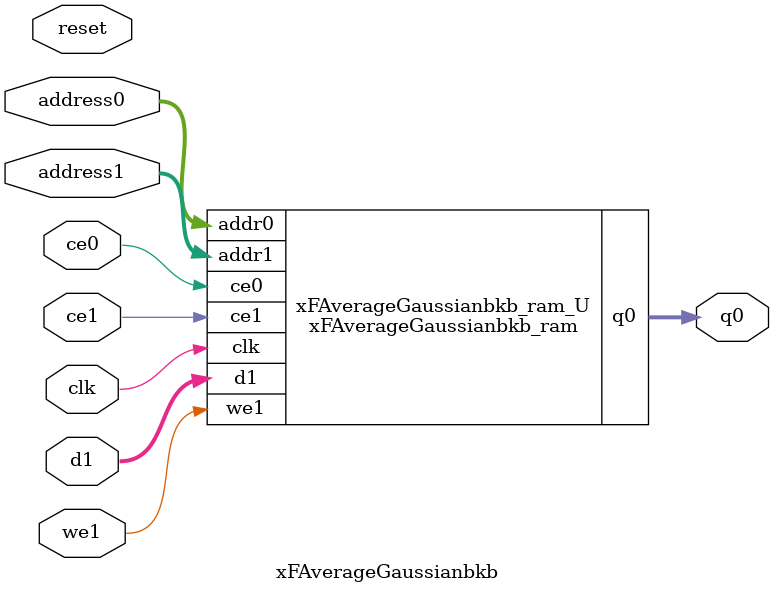
<source format=v>
`timescale 1 ns / 1 ps
module xFAverageGaussianbkb_ram (addr0, ce0, q0, addr1, ce1, d1, we1,  clk);

parameter DWIDTH = 8;
parameter AWIDTH = 11;
parameter MEM_SIZE = 1280;

input[AWIDTH-1:0] addr0;
input ce0;
output reg[DWIDTH-1:0] q0;
input[AWIDTH-1:0] addr1;
input ce1;
input[DWIDTH-1:0] d1;
input we1;
input clk;

(* ram_style = "block" *)reg [DWIDTH-1:0] ram[0:MEM_SIZE-1];




always @(posedge clk)  
begin 
    if (ce0) 
    begin
        q0 <= ram[addr0];
    end
end


always @(posedge clk)  
begin 
    if (ce1) 
    begin
        if (we1) 
        begin 
            ram[addr1] <= d1; 
        end 
    end
end


endmodule

`timescale 1 ns / 1 ps
module xFAverageGaussianbkb(
    reset,
    clk,
    address0,
    ce0,
    q0,
    address1,
    ce1,
    we1,
    d1);

parameter DataWidth = 32'd8;
parameter AddressRange = 32'd1280;
parameter AddressWidth = 32'd11;
input reset;
input clk;
input[AddressWidth - 1:0] address0;
input ce0;
output[DataWidth - 1:0] q0;
input[AddressWidth - 1:0] address1;
input ce1;
input we1;
input[DataWidth - 1:0] d1;



xFAverageGaussianbkb_ram xFAverageGaussianbkb_ram_U(
    .clk( clk ),
    .addr0( address0 ),
    .ce0( ce0 ),
    .q0( q0 ),
    .addr1( address1 ),
    .ce1( ce1 ),
    .we1( we1 ),
    .d1( d1 ));

endmodule


</source>
